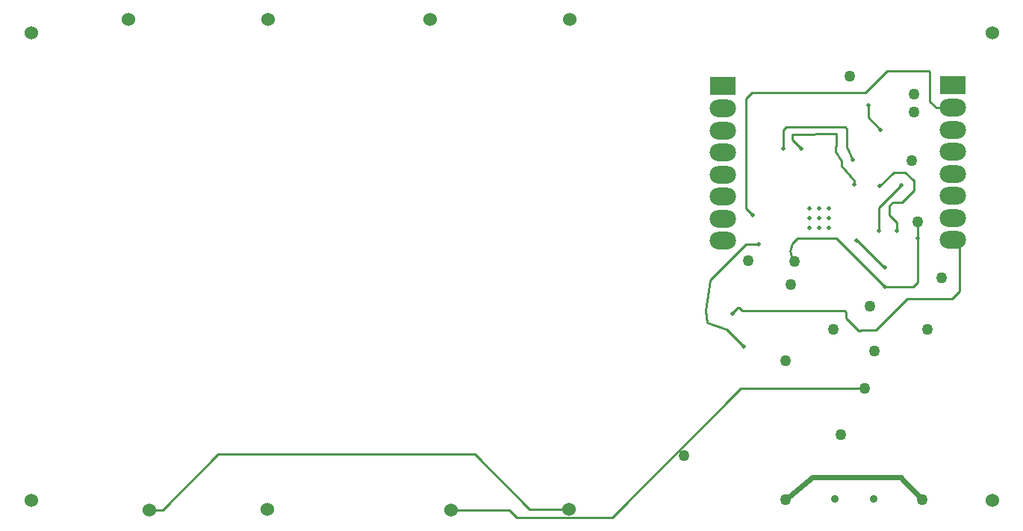
<source format=gbl>
G04*
G04 #@! TF.GenerationSoftware,Altium Limited,Altium Designer,20.2.3 (150)*
G04*
G04 Layer_Physical_Order=4*
G04 Layer_Color=16711680*
%FSLAX44Y44*%
%MOMM*%
G71*
G04*
G04 #@! TF.SameCoordinates,5AD93C74-63FB-45D8-B8F2-FB33F07F8B26*
G04*
G04*
G04 #@! TF.FilePolarity,Positive*
G04*
G01*
G75*
%ADD10C,0.2500*%
%ADD11C,0.6000*%
%ADD12C,0.2540*%
%ADD55C,0.9000*%
%ADD65C,1.5240*%
%ADD66O,3.0000X2.0000*%
%ADD67R,3.0000X2.0000*%
%ADD68C,1.2700*%
%ADD69C,0.5000*%
D10*
X602849Y30630D02*
X594479Y39000D01*
X856965Y177000D02*
X710595Y30630D01*
X594479Y39000D02*
X528000D01*
X710595Y30630D02*
X602849D01*
X997000Y177000D02*
X856965D01*
X201000Y39000D02*
X186000D01*
X555000Y102000D02*
X264000D01*
X201000Y39000D01*
X662000Y40000D02*
X617000D01*
X555000Y102000D01*
X858000Y265000D02*
X855035Y267964D01*
X847260Y261840D02*
Y262260D01*
X852964Y267964D02*
X847260Y262260D01*
X855035Y267964D02*
X852964D01*
X976000Y256707D02*
Y263535D01*
X974535Y265000D01*
X858000D01*
X993000Y243000D02*
X992035Y242036D01*
X990671D01*
X976000Y256707D01*
X1010000Y243000D02*
X993000D01*
X1045318Y278318D02*
X1010000Y243000D01*
X1096318Y278318D02*
X1045318D01*
X1105000Y337500D02*
X1097260Y345240D01*
X1105000Y287000D02*
Y337500D01*
Y287000D02*
X1096318Y278318D01*
X1057130Y365120D02*
X1057000Y365250D01*
X1097260Y469840D02*
X1088160D01*
X985250Y407750D02*
Y412500D01*
X1057260Y346840D02*
X1057130Y346970D01*
Y365120D01*
D11*
X937772Y76352D02*
X907260Y50840D01*
X1038260Y76352D02*
X937772D01*
X1062260Y50340D02*
X1038260Y75346D01*
D12*
X862260Y380840D02*
Y505000D01*
X869260Y512000D02*
X862260Y505000D01*
X1022840Y536840D02*
X998000Y512000D01*
X869260D01*
X1069772Y536840D02*
X1022840D01*
X877260Y339840D02*
X862260D01*
X1001260Y483840D02*
Y497840D01*
X1015260Y469840D02*
X1001260Y483840D01*
X1033260Y355840D02*
Y364840D01*
X1025260Y372840D02*
Y378840D01*
X937772Y76352D02*
X936260Y74840D01*
X1038260Y75346D02*
Y76352D01*
X860260Y223840D02*
X840260Y243840D01*
X818260Y250840D01*
X817260Y264840D01*
X822260Y299840D02*
X817260Y264840D01*
X862260Y339840D02*
X822260Y299840D01*
X916260Y320840D02*
X912260Y332840D01*
X915260Y340840D02*
X912260Y332840D01*
X921260Y346840D02*
X915260Y340840D01*
X965260Y346840D02*
X921260D01*
X1020260Y291840D02*
X965260Y346840D01*
X1052260Y291840D02*
X1020260D01*
X1057260Y296840D02*
X1052260Y291840D01*
X1057260Y296840D02*
Y346840D01*
X1019260Y313840D02*
X988260Y344840D01*
X1020260Y313840D02*
X1019260D01*
X1033260Y364840D02*
X1025260Y372840D01*
Y378840D02*
Y383840D01*
X1029260Y387840D02*
X1025260Y383840D01*
X1039260Y387840D02*
X1029260D01*
X1052772Y401352D02*
X1039260Y387840D01*
X1052772Y401352D02*
Y412840D01*
X1052260D01*
X1043260Y421840D01*
X1030260D01*
X1014260Y405840D01*
X1013260Y355840D02*
Y381840D01*
X1038260Y406840D02*
X1013260Y381840D01*
X971260Y428840D02*
Y434840D01*
X970260Y435840D01*
X964260Y444840D01*
Y448840D01*
X965180Y453760D02*
X964260Y448840D01*
X965180Y453760D02*
Y465840D01*
X915748Y464840D01*
X915260Y464352D01*
Y458840D02*
Y464352D01*
X925260Y448840D02*
X915260Y458840D01*
X983260Y435840D02*
X977260Y449840D01*
Y470840D01*
X975260Y472840D01*
X908260D01*
X905260Y469840D01*
Y448840D02*
Y469840D01*
X1071260Y535352D02*
X1069772Y536840D01*
X836260Y418840D02*
X828852Y426248D01*
X985250Y412500D02*
X971260Y428840D01*
X1078260Y494840D02*
X1071260Y501840D01*
X1096860Y494840D02*
X1078260D01*
X1071260Y501840D02*
Y535352D01*
X1097260Y495240D02*
X1096860Y494840D01*
X956510Y381090D02*
Y381090D01*
X870260Y372840D02*
X862260Y380840D01*
D55*
X963260Y51840D02*
D03*
X1007260D02*
D03*
D65*
X52000Y50000D02*
D03*
Y580000D02*
D03*
X1142000Y580000D02*
D03*
Y50000D02*
D03*
X504000Y595000D02*
D03*
X663000D02*
D03*
X662000Y40000D02*
D03*
X528000Y39000D02*
D03*
X186000D02*
D03*
X320000Y40000D02*
D03*
X321000Y595000D02*
D03*
X162000D02*
D03*
D66*
X1097260Y469840D02*
D03*
Y495240D02*
D03*
Y419840D02*
D03*
Y445240D02*
D03*
Y369840D02*
D03*
Y395240D02*
D03*
Y345240D02*
D03*
X836260Y468840D02*
D03*
Y494240D02*
D03*
Y418840D02*
D03*
Y444240D02*
D03*
Y368840D02*
D03*
Y394240D02*
D03*
Y344240D02*
D03*
D67*
X1097260Y520640D02*
D03*
X836260Y519640D02*
D03*
D68*
X997000Y177000D02*
D03*
X1008260Y218840D02*
D03*
X1053000Y510000D02*
D03*
X1057000Y365250D02*
D03*
X907260Y50840D02*
D03*
X1062260Y50340D02*
D03*
X917260Y320840D02*
D03*
X913260Y294840D02*
D03*
X792260Y100840D02*
D03*
X970260Y123840D02*
D03*
X907260Y207840D02*
D03*
X1068260Y243840D02*
D03*
X980260Y530840D02*
D03*
X961260Y243840D02*
D03*
X1003260Y269840D02*
D03*
X865260Y321840D02*
D03*
X1084260Y301840D02*
D03*
X1050260Y434840D02*
D03*
X1053000Y490000D02*
D03*
D69*
X934510Y381090D02*
D03*
Y370090D02*
D03*
Y359090D02*
D03*
X945510Y381090D02*
D03*
Y370090D02*
D03*
Y359090D02*
D03*
X956510Y381090D02*
D03*
Y370090D02*
D03*
Y359090D02*
D03*
X1001260Y497840D02*
D03*
X1033270Y355430D02*
D03*
X1013270D02*
D03*
X860260Y223840D02*
D03*
X847260Y261840D02*
D03*
X877260Y339840D02*
D03*
X1020260Y291840D02*
D03*
Y313840D02*
D03*
X1057260Y346840D02*
D03*
X988270Y344430D02*
D03*
X1014260Y405840D02*
D03*
X983260Y435840D02*
D03*
X1015260Y469840D02*
D03*
X1038260Y406840D02*
D03*
X925260Y448840D02*
D03*
X905260D02*
D03*
X870260Y372840D02*
D03*
X985250Y407750D02*
D03*
M02*

</source>
